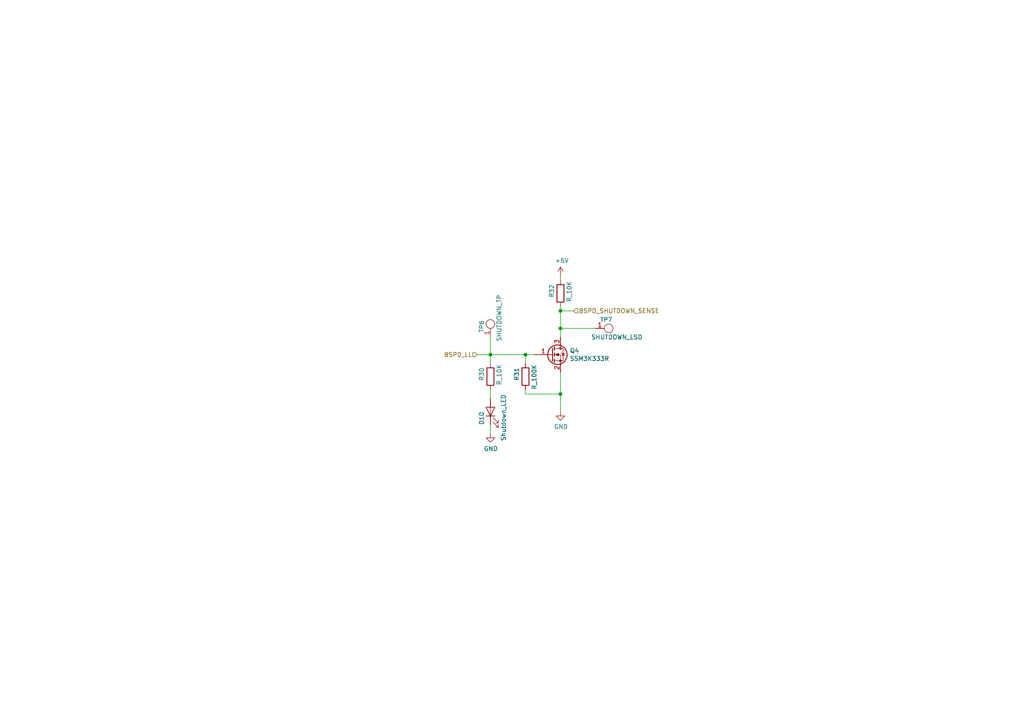
<source format=kicad_sch>
(kicad_sch (version 20211123) (generator eeschema)
  (paper "A4")
  (lib_symbols
    (symbol "formula:LED_0805_Red" (pin_numbers hide) (pin_names (offset 1.016) hide)
      (property "Reference" "D" (at 0 -2.54 0))
      (property "Value" "LED_0805_Red" (at 0 2.54 0))
      (symbol "LED_0805_Red_0_1"
        (polyline (pts (xy -1.27 -1.27) (xy -1.27 1.27)) (stroke (width 0.2032)))
        (polyline (pts (xy -1.27 0) (xy 1.27 0)))
        (polyline (pts (xy 1.27 -1.27) (xy 1.27 1.27) (xy -1.27 0) (xy 1.27 -1.27)) (stroke (width 0.2032)))
        (polyline (pts (xy -3.048 -0.762) (xy -4.572 -2.286) (xy -3.81 -2.286) (xy -4.572 -2.286) (xy -4.572 -1.524)))
        (polyline (pts (xy -1.778 -0.762) (xy -3.302 -2.286) (xy -2.54 -2.286) (xy -3.302 -2.286) (xy -3.302 -1.524)))
      )
      (symbol "LED_0805_Red_1_1"
        (pin passive line (at -3.81 0 0) (length 2.54) (name "K") (number "1"))
        (pin passive line (at 3.81 0 180) (length 2.54) (name "A") (number "2"))
      )
    )
    (symbol "formula:R_100K" (pin_numbers hide) (pin_names (offset 0))
      (property "Reference" "R" (at 2.032 0 90))
      (property "Value" "R_100K" (at -2.54 0 90))
      (symbol "R_100K_0_1"
        (rectangle (start -1.016 -2.54) (end 1.016 2.54) (stroke (width 0.254)))
      )
      (symbol "R_100K_1_1"
        (pin passive line (at 0 3.81 270) (length 1.27) (name "~") (number "1"))
        (pin passive line (at 0 -3.81 90) (length 1.27) (name "~") (number "2"))
      )
    )
    (symbol "formula:R_10K" (pin_numbers hide) (pin_names (offset 0))
      (property "Reference" "R" (at 2.032 0 90))
      (property "Value" "R_10K" (at -2.54 0 90))
      (symbol "R_10K_0_1"
        (rectangle (start -1.016 -2.54) (end 1.016 2.54) (stroke (width 0.254)))
      )
      (symbol "R_10K_1_1"
        (pin passive line (at 0 3.81 270) (length 1.27) (name "~") (number "1"))
        (pin passive line (at 0 -3.81 90) (length 1.27) (name "~") (number "2"))
      )
    )
    (symbol "formula:SSM3K333R" (pin_names (offset 0) hide)
      (property "Reference" "Q" (at 5.08 1.905 0))
      (property "Value" "SSM3K333R" (at 5.08 0 0))
      (symbol "SSM3K333R_0_1"
        (polyline (pts (xy 0.762 -1.778) (xy 2.54 -1.778)))
        (polyline (pts (xy 0.762 -1.27) (xy 0.762 -2.286)) (stroke (width 0.254)))
        (polyline (pts (xy 0.762 0) (xy 2.54 0)))
        (polyline (pts (xy 0.762 0.508) (xy 0.762 -0.508)) (stroke (width 0.254)))
        (polyline (pts (xy 0.762 1.778) (xy 2.54 1.778)))
        (polyline (pts (xy 0.762 2.286) (xy 0.762 1.27)) (stroke (width 0.254)))
        (polyline (pts (xy 2.54 -1.778) (xy 2.54 -2.54)))
        (polyline (pts (xy 2.54 -1.778) (xy 2.54 0)))
        (polyline (pts (xy 2.54 2.54) (xy 2.54 1.778)))
        (polyline (pts (xy 0.254 1.905) (xy 0.254 -1.905) (xy 0.254 -1.905)) (stroke (width 0.254)))
        (polyline (pts (xy 1.016 0) (xy 2.032 0.381) (xy 2.032 -0.381) (xy 1.016 0)) (fill (type outline)))
        (polyline (pts (xy 2.54 -1.778) (xy 3.302 -1.778) (xy 3.302 1.778) (xy 2.54 1.778)))
        (polyline (pts (xy 2.794 0.508) (xy 2.921 0.381) (xy 3.683 0.381) (xy 3.81 0.254)))
        (polyline (pts (xy 3.302 0.381) (xy 2.921 -0.254) (xy 3.683 -0.254) (xy 3.302 0.381)))
        (circle (center 1.651 0) (radius 2.8194) (stroke (width 0.254)))
        (circle (center 2.54 -1.778) (radius 0.2794) (fill (type outline)))
        (circle (center 2.54 1.778) (radius 0.2794) (fill (type outline)))
      )
      (symbol "SSM3K333R_1_1"
        (pin input line (at -5.08 0 0) (length 5.334) (name "G") (number "1"))
        (pin passive line (at 2.54 -5.08 90) (length 2.54) (name "S") (number "2"))
        (pin passive line (at 2.54 5.08 270) (length 2.54) (name "D") (number "3"))
      )
    )
    (symbol "formula:Test_Point_SMD" (pin_names (offset 1.016))
      (property "Reference" "TP" (at 0 7.62 0))
      (property "Value" "Test_Point_SMD" (at 1.27 5.08 0))
      (symbol "Test_Point_SMD_1_1"
        (circle (center 0 2.54) (radius 1.27))
        (pin input line (at 0 -1.27 90) (length 2.54) (name "~") (number "1"))
      )
    )
    (symbol "power:+5V" (power) (pin_names (offset 0))
      (property "Value" "+5V" (at 0 3.556 0))
      (symbol "+5V_0_1"
        (polyline (pts (xy -0.762 1.27) (xy 0 2.54)))
        (polyline (pts (xy 0 0) (xy 0 2.54)))
        (polyline (pts (xy 0 2.54) (xy 0.762 1.27)))
      )
      (symbol "+5V_1_1"
        (pin power_in line (at 0 0 90) (length 0) hide (name "+5V") (number "1"))
      )
    )
    (symbol "power:GND" (power) (pin_names (offset 0))
      (property "Value" "GND" (at 0 -3.81 0))
      (symbol "GND_0_1"
        (polyline (pts (xy 0 0) (xy 0 -1.27) (xy 1.27 -1.27) (xy 0 -2.54) (xy -1.27 -1.27) (xy 0 -1.27)))
      )
      (symbol "GND_1_1"
        (pin power_in line (at 0 0 270) (length 0) hide (name "GND") (number "1"))
      )
    )
  )
  (junction (at 142.24 102.87))
  (junction (at 162.56 114.3))
  (junction (at 152.4 102.87))
  (junction (at 162.56 90.17))
  (junction (at 162.56 95.25))
  (wire (pts (xy 162.56 80.01) (xy 162.56 81.28)))
  (wire (pts (xy 152.4 114.3) (xy 162.56 114.3)))
  (wire (pts (xy 162.56 114.3) (xy 162.56 119.38)))
  (wire (pts (xy 162.56 90.17) (xy 162.56 95.25)))
  (wire (pts (xy 152.4 113.03) (xy 152.4 114.3)))
  (wire (pts (xy 162.56 107.95) (xy 162.56 114.3)))
  (wire (pts (xy 138.43 102.87) (xy 142.24 102.87)))
  (wire (pts (xy 142.24 97.79) (xy 142.24 102.87)))
  (wire (pts (xy 162.56 90.17) (xy 166.37 90.17)))
  (wire (pts (xy 142.24 123.19) (xy 142.24 125.73)))
  (wire (pts (xy 142.24 113.03) (xy 142.24 115.57)))
  (wire (pts (xy 152.4 102.87) (xy 154.94 102.87)))
  (wire (pts (xy 142.24 102.87) (xy 152.4 102.87)))
  (wire (pts (xy 142.24 102.87) (xy 142.24 105.41)))
  (wire (pts (xy 162.56 95.25) (xy 162.56 97.79)))
  (wire (pts (xy 152.4 102.87) (xy 152.4 105.41)))
  (wire (pts (xy 162.56 95.25) (xy 172.72 95.25)))
  (wire (pts (xy 162.56 88.9) (xy 162.56 90.17)))
  (hierarchical_label "BSPD_SHUTDOWN_SENSE" (shape input) (at 166.37 90.17 0))
  (hierarchical_label "BSPD_LL" (shape input) (at 138.43 102.87 180))
  (symbol (lib_id "formula:SSM3K333R") (at 160.02 102.87 0) (unit 1)
    (property "Reference" "Q4" (at 165.2524 101.7016 0) (effects (justify left)))
    (property "Value" "SSM3K333R" (at 165.2524 104.013 0) (effects (justify left)))
    (property "Footprint" "footprints:SOT-23F" (effects hide))
    (property "Datasheet" "https://drive.google.com/drive/folders/0B-V-iZf33Y4GNzhDQTJZanJRbVk" (effects hide))
    (property "MFN" "DK" (effects hide))
    (property "MPN" "SSM3K333RLFCT-ND" (effects hide))
    (property "PurchasingLink" "https://www.digikey.com/product-detail/en/toshiba-semiconductor-and-storage/SSM3K333RLF/SSM3K333RLFCT-ND/3522391" (effects hide))
  )
  (symbol (lib_id "formula:Test_Point_SMD") (at 142.24 96.52 0) (unit 1)
    (property "Reference" "TP6" (at 139.7 96.52 90) (effects (justify left)))
    (property "Value" "SHUTDOWN_TP" (at 144.78 99.06 90) (effects (justify left)))
    (property "Footprint" "footprints:Test_Point_SMD" (effects hide))
  )
  (symbol (lib_id "power:GND") (at 162.56 119.38 0) (unit 1)
    (property "Reference" "#PWR?" (effects hide))
    (property "Value" "GND" (at 162.687 123.7742 0))
  )
  (symbol (lib_id "formula:R_10K") (at 142.24 109.22 0) (unit 1)
    (property "Reference" "R30" (at 139.7 110.49 90) (effects (justify left)))
    (property "Value" "R_10K" (at 144.78 111.76 90) (effects (justify left)))
    (property "Footprint" "footprints:R_0805_OEM" (effects hide))
    (property "Datasheet" "http://www.bourns.com/data/global/pdfs/CRS.pdf" (effects hide))
    (property "MFN" "DK" (effects hide))
    (property "MPN" "CRS0805-FX-1002ELFCT-ND" (effects hide))
    (property "PurchasingLink" "https://www.digikey.com/products/en?keywords=CRS0805-FX-1002ELFCT-ND" (effects hide))
  )
  (symbol (lib_id "formula:Test_Point_SMD") (at 173.99 95.25 270) (unit 1)
    (property "Reference" "TP7" (at 173.99 92.71 90) (effects (justify left)))
    (property "Value" "SHUTDOWN_LSD" (at 171.45 97.79 90) (effects (justify left)))
    (property "Footprint" "footprints:Test_Point_SMD" (effects hide))
  )
  (symbol (lib_id "formula:R_100K") (at 152.4 109.22 0) (unit 1)
    (property "Reference" "R31" (at 149.86 110.49 90) (effects (justify left)))
    (property "Value" "R_100K" (at 154.94 113.03 90) (effects (justify left)))
    (property "Footprint" "footprints:R_0805_OEM" (effects hide))
    (property "Datasheet" "https://industrial.panasonic.com/cdbs/www-data/pdf/RDA0000/AOA0000C304.pdf" (effects hide))
    (property "MFN" "DK" (effects hide))
    (property "MPN" "P100KCCT-ND" (effects hide))
    (property "PurchasingLink" "https://www.digikey.com/product-detail/en/panasonic-electronic-components/ERJ-6ENF1003V/P100KCCT-ND/119551" (effects hide))
  )
  (symbol (lib_id "power:GND") (at 142.24 125.73 0) (unit 1)
    (property "Reference" "#PWR?" (effects hide))
    (property "Value" "GND" (at 142.367 130.1242 0))
  )
  (symbol (lib_id "formula:LED_0805_Red") (at 142.24 119.38 90) (unit 1)
    (property "Reference" "D10" (at 139.7 119.38 0) (effects (justify right)))
    (property "Value" "Shutdown_LED" (at 146.05 114.3 0) (effects (justify right)))
    (property "Footprint" "footprints:LED_0805_OEM" (effects hide))
    (property "Datasheet" "http://www.osram-os.com/Graphics/XPic8/00078869_0.pdf" (effects hide))
    (property "MFN" "DK" (effects hide))
    (property "MPN" "475-1415-1-ND" (effects hide))
    (property "PurchasingLink" "https://www.digikey.com/product-detail/en/osram-opto-semiconductors-inc/LH-R974-LP-1/475-1415-1-ND/1802604" (effects hide))
  )
  (symbol (lib_id "formula:R_10K") (at 162.56 85.09 0) (unit 1)
    (property "Reference" "R32" (at 160.02 86.36 90) (effects (justify left)))
    (property "Value" "R_10K" (at 165.1 87.63 90) (effects (justify left)))
    (property "Footprint" "footprints:R_0805_OEM" (effects hide))
    (property "Datasheet" "http://www.bourns.com/data/global/pdfs/CRS.pdf" (effects hide))
    (property "MFN" "DK" (effects hide))
    (property "MPN" "CRS0805-FX-1002ELFCT-ND" (effects hide))
    (property "PurchasingLink" "https://www.digikey.com/products/en?keywords=CRS0805-FX-1002ELFCT-ND" (effects hide))
  )
  (symbol (lib_id "power:+5V") (at 162.56 80.01 0) (unit 1)
    (property "Reference" "#PWR?" (effects hide))
    (property "Value" "+5V" (at 162.941 75.6158 0))
  )
)
</source>
